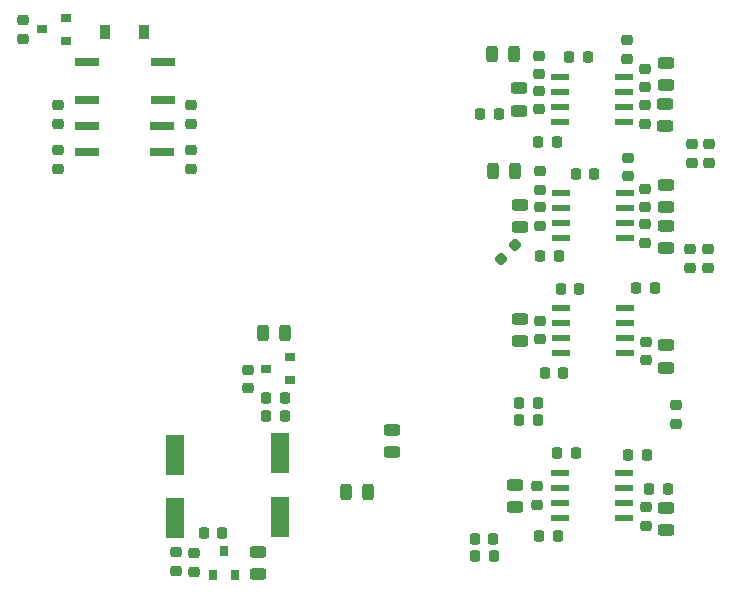
<source format=gbr>
G04 #@! TF.GenerationSoftware,KiCad,Pcbnew,6.0.2+dfsg-1*
G04 #@! TF.CreationDate,2022-08-30T21:03:38+10:00*
G04 #@! TF.ProjectId,AI.ABS.v1.single.ended.preamplifier,41492e41-4253-42e7-9631-2e73696e676c,rev?*
G04 #@! TF.SameCoordinates,Original*
G04 #@! TF.FileFunction,Paste,Top*
G04 #@! TF.FilePolarity,Positive*
%FSLAX45Y45*%
G04 Gerber Fmt 4.5, Leading zero omitted, Abs format (unit mm)*
G04 Created by KiCad (PCBNEW 6.0.2+dfsg-1) date 2022-08-30 21:03:38*
%MOMM*%
%LPD*%
G01*
G04 APERTURE LIST*
G04 Aperture macros list*
%AMRoundRect*
0 Rectangle with rounded corners*
0 $1 Rounding radius*
0 $2 $3 $4 $5 $6 $7 $8 $9 X,Y pos of 4 corners*
0 Add a 4 corners polygon primitive as box body*
4,1,4,$2,$3,$4,$5,$6,$7,$8,$9,$2,$3,0*
0 Add four circle primitives for the rounded corners*
1,1,$1+$1,$2,$3*
1,1,$1+$1,$4,$5*
1,1,$1+$1,$6,$7*
1,1,$1+$1,$8,$9*
0 Add four rect primitives between the rounded corners*
20,1,$1+$1,$2,$3,$4,$5,0*
20,1,$1+$1,$4,$5,$6,$7,0*
20,1,$1+$1,$6,$7,$8,$9,0*
20,1,$1+$1,$8,$9,$2,$3,0*%
G04 Aperture macros list end*
%ADD10RoundRect,0.218750X0.256250X-0.218750X0.256250X0.218750X-0.256250X0.218750X-0.256250X-0.218750X0*%
%ADD11RoundRect,0.243750X-0.456250X0.243750X-0.456250X-0.243750X0.456250X-0.243750X0.456250X0.243750X0*%
%ADD12RoundRect,0.243750X0.456250X-0.243750X0.456250X0.243750X-0.456250X0.243750X-0.456250X-0.243750X0*%
%ADD13RoundRect,0.218750X-0.256250X0.218750X-0.256250X-0.218750X0.256250X-0.218750X0.256250X0.218750X0*%
%ADD14RoundRect,0.218750X-0.026517X0.335876X-0.335876X0.026517X0.026517X-0.335876X0.335876X-0.026517X0*%
%ADD15RoundRect,0.218750X0.218750X0.256250X-0.218750X0.256250X-0.218750X-0.256250X0.218750X-0.256250X0*%
%ADD16R,1.550000X0.600000*%
%ADD17R,1.600000X3.500000*%
%ADD18RoundRect,0.243750X-0.243750X-0.456250X0.243750X-0.456250X0.243750X0.456250X-0.243750X0.456250X0*%
%ADD19R,0.900000X0.800000*%
%ADD20RoundRect,0.218750X-0.218750X-0.256250X0.218750X-0.256250X0.218750X0.256250X-0.218750X0.256250X0*%
%ADD21R,2.150000X0.800000*%
%ADD22R,0.900000X1.200000*%
%ADD23R,0.800000X0.900000*%
%ADD24RoundRect,0.243750X0.243750X0.456250X-0.243750X0.456250X-0.243750X-0.456250X0.243750X-0.456250X0*%
G04 APERTURE END LIST*
D10*
X15720000Y-10928750D03*
X15720000Y-10771250D03*
D11*
X15888000Y-11260000D03*
X15888000Y-11072500D03*
D12*
X15895000Y-10911250D03*
X15895000Y-10723750D03*
D13*
X15718000Y-11082500D03*
X15718000Y-11240000D03*
X14830000Y-11641250D03*
X14830000Y-11798750D03*
X15560000Y-10688750D03*
X15560000Y-10531250D03*
D14*
X14611369Y-12268631D03*
X14500000Y-12380000D03*
D15*
X14972500Y-14030000D03*
X15130000Y-14030000D03*
D10*
X16250000Y-12460000D03*
X16250000Y-12302500D03*
D13*
X15575000Y-11683750D03*
X15575000Y-11526250D03*
D10*
X16260000Y-11411250D03*
X16260000Y-11568750D03*
D16*
X15545000Y-12205500D03*
X15545000Y-12078500D03*
X15545000Y-11951500D03*
X15545000Y-11824500D03*
X15005000Y-11824500D03*
X15005000Y-11951500D03*
X15005000Y-12078500D03*
X15005000Y-12205500D03*
D13*
X15720000Y-12248750D03*
X15720000Y-12091250D03*
D12*
X15890000Y-11760000D03*
X15890000Y-11947500D03*
D11*
X15890000Y-12100000D03*
X15890000Y-12287500D03*
D15*
X14987500Y-12360000D03*
X14830000Y-12360000D03*
D10*
X15720000Y-11790000D03*
X15720000Y-11947500D03*
X16110000Y-11568750D03*
X16110000Y-11411250D03*
X16100000Y-12460000D03*
X16100000Y-12302500D03*
D11*
X14655000Y-12892500D03*
X14655000Y-13080000D03*
D15*
X14807500Y-13600000D03*
X14650000Y-13600000D03*
D11*
X12437500Y-15048750D03*
X12437500Y-14861250D03*
D17*
X12627500Y-14025000D03*
X12627500Y-14565000D03*
X11732500Y-14040000D03*
X11732500Y-14580000D03*
D15*
X15910000Y-14330000D03*
X15752500Y-14330000D03*
X15158750Y-12640000D03*
X15001250Y-12640000D03*
D10*
X15980000Y-13621250D03*
X15980000Y-13778750D03*
D13*
X15725000Y-13085000D03*
X15725000Y-13242500D03*
D18*
X12671250Y-13012500D03*
X12483750Y-13012500D03*
D15*
X12666250Y-13712500D03*
X12508750Y-13712500D03*
D19*
X12707500Y-13407500D03*
X12707500Y-13217500D03*
X12507500Y-13312500D03*
D10*
X12357500Y-13322500D03*
X12357500Y-13480000D03*
D20*
X12508750Y-13562500D03*
X12666250Y-13562500D03*
D16*
X15540000Y-14580500D03*
X15540000Y-14453500D03*
X15540000Y-14326500D03*
X15540000Y-14199500D03*
X15000000Y-14199500D03*
X15000000Y-14326500D03*
X15000000Y-14453500D03*
X15000000Y-14580500D03*
D15*
X15728750Y-14040000D03*
X15571250Y-14040000D03*
X14978750Y-14730000D03*
X14821250Y-14730000D03*
D13*
X14800000Y-14463750D03*
X14800000Y-14306250D03*
X15725000Y-14643750D03*
X15725000Y-14486250D03*
X14825000Y-12905000D03*
X14825000Y-13062500D03*
D15*
X15798750Y-12630000D03*
X15641250Y-12630000D03*
X14866250Y-13345000D03*
X15023750Y-13345000D03*
D21*
X10995500Y-10717500D03*
X10995500Y-11037500D03*
X10995500Y-11257500D03*
X10995500Y-11477500D03*
X11630500Y-11477500D03*
X11630500Y-11257500D03*
X11631500Y-11037500D03*
X11631500Y-10717500D03*
D13*
X11870000Y-11080000D03*
X11870000Y-11237500D03*
X11870000Y-11620000D03*
X11870000Y-11462500D03*
X10750000Y-11240000D03*
X10750000Y-11082500D03*
X10750000Y-11462500D03*
X10750000Y-11620000D03*
D19*
X10610000Y-10440000D03*
X10810000Y-10345000D03*
X10810000Y-10535000D03*
D10*
X10450000Y-10520000D03*
X10450000Y-10362500D03*
D22*
X11470000Y-10460000D03*
X11140000Y-10460000D03*
D10*
X11747500Y-14867500D03*
X11747500Y-15025000D03*
D23*
X12152500Y-14855000D03*
X12247500Y-15055000D03*
X12057500Y-15055000D03*
D20*
X12136250Y-14705000D03*
X11978750Y-14705000D03*
D13*
X11897500Y-14876250D03*
X11897500Y-15033750D03*
D16*
X15005000Y-13175500D03*
X15005000Y-13048500D03*
X15005000Y-12921500D03*
X15005000Y-12794500D03*
X15545000Y-12794500D03*
X15545000Y-12921500D03*
X15545000Y-13048500D03*
X15545000Y-13175500D03*
D15*
X14651250Y-13750000D03*
X14808750Y-13750000D03*
X14276250Y-14900000D03*
X14433750Y-14900000D03*
X14432250Y-14753500D03*
X14274750Y-14753500D03*
D11*
X15895000Y-13115000D03*
X15895000Y-13302500D03*
X14617500Y-14487500D03*
X14617500Y-14300000D03*
X15895000Y-14677500D03*
X15895000Y-14490000D03*
D12*
X13570000Y-14017500D03*
X13570000Y-13830000D03*
D18*
X13373750Y-14360000D03*
X13186250Y-14360000D03*
D11*
X14660000Y-11926250D03*
X14660000Y-12113750D03*
D15*
X14967500Y-11390000D03*
X14810000Y-11390000D03*
D11*
X14650000Y-11127500D03*
X14650000Y-10940000D03*
D13*
X14830000Y-12100000D03*
X14830000Y-11942500D03*
X14820000Y-10820000D03*
X14820000Y-10662500D03*
X14820000Y-10960000D03*
X14820000Y-11117500D03*
D15*
X14321250Y-11160000D03*
X14478750Y-11160000D03*
D16*
X15540000Y-11220500D03*
X15540000Y-11093500D03*
X15540000Y-10966500D03*
X15540000Y-10839500D03*
X15000000Y-10839500D03*
X15000000Y-10966500D03*
X15000000Y-11093500D03*
X15000000Y-11220500D03*
D15*
X15130000Y-11660000D03*
X15287500Y-11660000D03*
X15230000Y-10670000D03*
X15072500Y-10670000D03*
D24*
X14613750Y-11640000D03*
X14426250Y-11640000D03*
X14416250Y-10650000D03*
X14603750Y-10650000D03*
M02*

</source>
